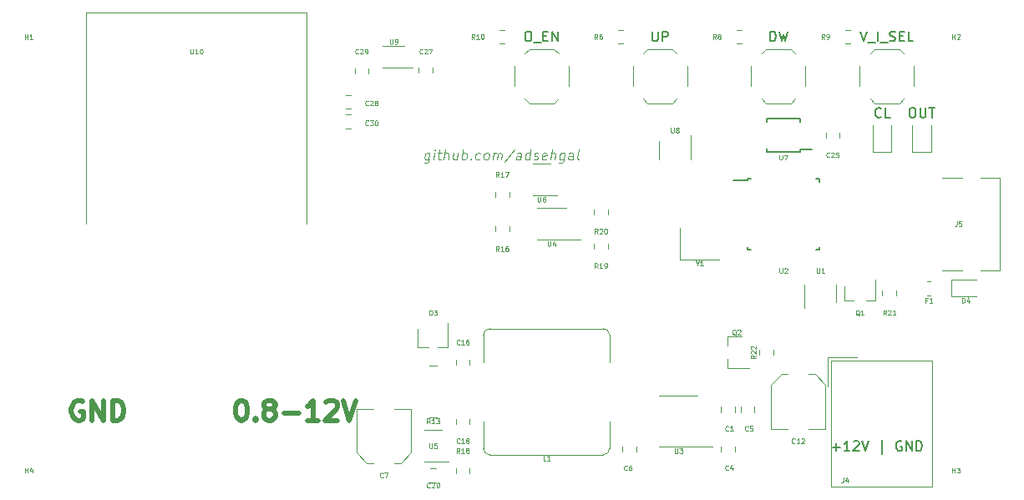
<source format=gbr>
%TF.GenerationSoftware,KiCad,Pcbnew,(5.99.0-2671-gfc0a358ba)*%
%TF.CreationDate,2020-08-28T01:53:28+05:30*%
%TF.ProjectId,Power_Supply,506f7765-725f-4537-9570-706c792e6b69,rev?*%
%TF.SameCoordinates,Original*%
%TF.FileFunction,Legend,Top*%
%TF.FilePolarity,Positive*%
%FSLAX46Y46*%
G04 Gerber Fmt 4.6, Leading zero omitted, Abs format (unit mm)*
G04 Created by KiCad (PCBNEW (5.99.0-2671-gfc0a358ba)) date 2020-08-28 01:53:28*
%MOMM*%
%LPD*%
G01*
G04 APERTURE LIST*
%ADD10C,0.075000*%
%ADD11C,0.500000*%
%ADD12C,0.150000*%
%ADD13C,0.100000*%
%ADD14C,0.120000*%
G04 APERTURE END LIST*
D10*
X55655327Y-26785714D02*
X55554136Y-27595238D01*
X55494613Y-27690476D01*
X55441041Y-27738095D01*
X55339851Y-27785714D01*
X55196994Y-27785714D01*
X55107708Y-27738095D01*
X55577946Y-27404761D02*
X55476755Y-27452380D01*
X55286279Y-27452380D01*
X55196994Y-27404761D01*
X55155327Y-27357142D01*
X55119613Y-27261904D01*
X55155327Y-26976190D01*
X55214851Y-26880952D01*
X55268422Y-26833333D01*
X55369613Y-26785714D01*
X55560089Y-26785714D01*
X55649375Y-26833333D01*
X56048184Y-27452380D02*
X56131517Y-26785714D01*
X56173184Y-26452380D02*
X56119613Y-26500000D01*
X56161279Y-26547619D01*
X56214851Y-26500000D01*
X56173184Y-26452380D01*
X56161279Y-26547619D01*
X56464851Y-26785714D02*
X56845803Y-26785714D01*
X56649375Y-26452380D02*
X56542232Y-27309523D01*
X56577946Y-27404761D01*
X56667232Y-27452380D01*
X56762470Y-27452380D01*
X57095803Y-27452380D02*
X57220803Y-26452380D01*
X57524375Y-27452380D02*
X57589851Y-26928571D01*
X57554136Y-26833333D01*
X57464851Y-26785714D01*
X57321994Y-26785714D01*
X57220803Y-26833333D01*
X57167232Y-26880952D01*
X58512470Y-26785714D02*
X58429136Y-27452380D01*
X58083898Y-26785714D02*
X58018422Y-27309523D01*
X58054136Y-27404761D01*
X58143422Y-27452380D01*
X58286279Y-27452380D01*
X58387470Y-27404761D01*
X58441041Y-27357142D01*
X58905327Y-27452380D02*
X59030327Y-26452380D01*
X58982708Y-26833333D02*
X59083898Y-26785714D01*
X59274375Y-26785714D01*
X59363660Y-26833333D01*
X59405327Y-26880952D01*
X59441041Y-26976190D01*
X59405327Y-27261904D01*
X59345803Y-27357142D01*
X59292232Y-27404761D01*
X59191041Y-27452380D01*
X59000565Y-27452380D01*
X58911279Y-27404761D01*
X59821994Y-27357142D02*
X59863660Y-27404761D01*
X59810089Y-27452380D01*
X59768422Y-27404761D01*
X59821994Y-27357142D01*
X59810089Y-27452380D01*
X60720803Y-27404761D02*
X60619613Y-27452380D01*
X60429136Y-27452380D01*
X60339851Y-27404761D01*
X60298184Y-27357142D01*
X60262470Y-27261904D01*
X60298184Y-26976190D01*
X60357708Y-26880952D01*
X60411279Y-26833333D01*
X60512470Y-26785714D01*
X60702946Y-26785714D01*
X60792232Y-26833333D01*
X61286279Y-27452380D02*
X61196994Y-27404761D01*
X61155327Y-27357142D01*
X61119613Y-27261904D01*
X61155327Y-26976190D01*
X61214851Y-26880952D01*
X61268422Y-26833333D01*
X61369613Y-26785714D01*
X61512470Y-26785714D01*
X61601755Y-26833333D01*
X61643422Y-26880952D01*
X61679136Y-26976190D01*
X61643422Y-27261904D01*
X61583898Y-27357142D01*
X61530327Y-27404761D01*
X61429136Y-27452380D01*
X61286279Y-27452380D01*
X62048184Y-27452380D02*
X62131517Y-26785714D01*
X62119613Y-26880952D02*
X62173184Y-26833333D01*
X62274375Y-26785714D01*
X62417232Y-26785714D01*
X62506517Y-26833333D01*
X62542232Y-26928571D01*
X62476755Y-27452380D01*
X62542232Y-26928571D02*
X62601755Y-26833333D01*
X62702946Y-26785714D01*
X62845803Y-26785714D01*
X62935089Y-26833333D01*
X62970803Y-26928571D01*
X62905327Y-27452380D01*
X64226755Y-26404761D02*
X63208898Y-27690476D01*
X64857708Y-27452380D02*
X64923184Y-26928571D01*
X64887470Y-26833333D01*
X64798184Y-26785714D01*
X64607708Y-26785714D01*
X64506517Y-26833333D01*
X64863660Y-27404761D02*
X64762470Y-27452380D01*
X64524375Y-27452380D01*
X64435089Y-27404761D01*
X64399375Y-27309523D01*
X64411279Y-27214285D01*
X64470803Y-27119047D01*
X64571994Y-27071428D01*
X64810089Y-27071428D01*
X64911279Y-27023809D01*
X65762470Y-27452380D02*
X65887470Y-26452380D01*
X65768422Y-27404761D02*
X65667232Y-27452380D01*
X65476755Y-27452380D01*
X65387470Y-27404761D01*
X65345803Y-27357142D01*
X65310089Y-27261904D01*
X65345803Y-26976190D01*
X65405327Y-26880952D01*
X65458898Y-26833333D01*
X65560089Y-26785714D01*
X65750565Y-26785714D01*
X65839851Y-26833333D01*
X66196994Y-27404761D02*
X66286279Y-27452380D01*
X66476755Y-27452380D01*
X66577946Y-27404761D01*
X66637470Y-27309523D01*
X66643422Y-27261904D01*
X66607708Y-27166666D01*
X66518422Y-27119047D01*
X66375565Y-27119047D01*
X66286279Y-27071428D01*
X66250565Y-26976190D01*
X66256517Y-26928571D01*
X66316041Y-26833333D01*
X66417232Y-26785714D01*
X66560089Y-26785714D01*
X66649375Y-26833333D01*
X67435089Y-27404761D02*
X67333898Y-27452380D01*
X67143422Y-27452380D01*
X67054136Y-27404761D01*
X67018422Y-27309523D01*
X67066041Y-26928571D01*
X67125565Y-26833333D01*
X67226755Y-26785714D01*
X67417232Y-26785714D01*
X67506517Y-26833333D01*
X67542232Y-26928571D01*
X67530327Y-27023809D01*
X67042232Y-27119047D01*
X67905327Y-27452380D02*
X68030327Y-26452380D01*
X68333898Y-27452380D02*
X68399375Y-26928571D01*
X68363660Y-26833333D01*
X68274375Y-26785714D01*
X68131517Y-26785714D01*
X68030327Y-26833333D01*
X67976755Y-26880952D01*
X69321994Y-26785714D02*
X69220803Y-27595238D01*
X69161279Y-27690476D01*
X69107708Y-27738095D01*
X69006517Y-27785714D01*
X68863660Y-27785714D01*
X68774375Y-27738095D01*
X69244613Y-27404761D02*
X69143422Y-27452380D01*
X68952946Y-27452380D01*
X68863660Y-27404761D01*
X68821994Y-27357142D01*
X68786279Y-27261904D01*
X68821994Y-26976190D01*
X68881517Y-26880952D01*
X68935089Y-26833333D01*
X69036279Y-26785714D01*
X69226755Y-26785714D01*
X69316041Y-26833333D01*
X70143422Y-27452380D02*
X70208898Y-26928571D01*
X70173184Y-26833333D01*
X70083898Y-26785714D01*
X69893422Y-26785714D01*
X69792232Y-26833333D01*
X70149375Y-27404761D02*
X70048184Y-27452380D01*
X69810089Y-27452380D01*
X69720803Y-27404761D01*
X69685089Y-27309523D01*
X69696994Y-27214285D01*
X69756517Y-27119047D01*
X69857708Y-27071428D01*
X70095803Y-27071428D01*
X70196994Y-27023809D01*
X70762470Y-27452380D02*
X70673184Y-27404761D01*
X70637470Y-27309523D01*
X70744613Y-26452380D01*
D11*
X36476190Y-51904761D02*
X36666666Y-51904761D01*
X36857142Y-52000000D01*
X36952380Y-52095238D01*
X37047619Y-52285714D01*
X37142857Y-52666666D01*
X37142857Y-53142857D01*
X37047619Y-53523809D01*
X36952380Y-53714285D01*
X36857142Y-53809523D01*
X36666666Y-53904761D01*
X36476190Y-53904761D01*
X36285714Y-53809523D01*
X36190476Y-53714285D01*
X36095238Y-53523809D01*
X36000000Y-53142857D01*
X36000000Y-52666666D01*
X36095238Y-52285714D01*
X36190476Y-52095238D01*
X36285714Y-52000000D01*
X36476190Y-51904761D01*
X38000000Y-53714285D02*
X38095238Y-53809523D01*
X38000000Y-53904761D01*
X37904761Y-53809523D01*
X38000000Y-53714285D01*
X38000000Y-53904761D01*
X39238095Y-52761904D02*
X39047619Y-52666666D01*
X38952380Y-52571428D01*
X38857142Y-52380952D01*
X38857142Y-52285714D01*
X38952380Y-52095238D01*
X39047619Y-52000000D01*
X39238095Y-51904761D01*
X39619047Y-51904761D01*
X39809523Y-52000000D01*
X39904761Y-52095238D01*
X40000000Y-52285714D01*
X40000000Y-52380952D01*
X39904761Y-52571428D01*
X39809523Y-52666666D01*
X39619047Y-52761904D01*
X39238095Y-52761904D01*
X39047619Y-52857142D01*
X38952380Y-52952380D01*
X38857142Y-53142857D01*
X38857142Y-53523809D01*
X38952380Y-53714285D01*
X39047619Y-53809523D01*
X39238095Y-53904761D01*
X39619047Y-53904761D01*
X39809523Y-53809523D01*
X39904761Y-53714285D01*
X40000000Y-53523809D01*
X40000000Y-53142857D01*
X39904761Y-52952380D01*
X39809523Y-52857142D01*
X39619047Y-52761904D01*
X40857142Y-53142857D02*
X42380952Y-53142857D01*
X44380952Y-53904761D02*
X43238095Y-53904761D01*
X43809523Y-53904761D02*
X43809523Y-51904761D01*
X43619047Y-52190476D01*
X43428571Y-52380952D01*
X43238095Y-52476190D01*
X45142857Y-52095238D02*
X45238095Y-52000000D01*
X45428571Y-51904761D01*
X45904761Y-51904761D01*
X46095238Y-52000000D01*
X46190476Y-52095238D01*
X46285714Y-52285714D01*
X46285714Y-52476190D01*
X46190476Y-52761904D01*
X45047619Y-53904761D01*
X46285714Y-53904761D01*
X46857142Y-51904761D02*
X47523809Y-53904761D01*
X48190476Y-51904761D01*
X20476190Y-52000000D02*
X20285714Y-51904761D01*
X20000000Y-51904761D01*
X19714285Y-52000000D01*
X19523809Y-52190476D01*
X19428571Y-52380952D01*
X19333333Y-52761904D01*
X19333333Y-53047619D01*
X19428571Y-53428571D01*
X19523809Y-53619047D01*
X19714285Y-53809523D01*
X20000000Y-53904761D01*
X20190476Y-53904761D01*
X20476190Y-53809523D01*
X20571428Y-53714285D01*
X20571428Y-53047619D01*
X20190476Y-53047619D01*
X21428571Y-53904761D02*
X21428571Y-51904761D01*
X22571428Y-53904761D01*
X22571428Y-51904761D01*
X23523809Y-53904761D02*
X23523809Y-51904761D01*
X24000000Y-51904761D01*
X24285714Y-52000000D01*
X24476190Y-52190476D01*
X24571428Y-52380952D01*
X24666666Y-52761904D01*
X24666666Y-53047619D01*
X24571428Y-53428571D01*
X24476190Y-53619047D01*
X24285714Y-53809523D01*
X24000000Y-53904761D01*
X23523809Y-53904761D01*
D12*
X96476190Y-56618928D02*
X97238095Y-56618928D01*
X96857142Y-56999880D02*
X96857142Y-56237976D01*
X98238095Y-56999880D02*
X97666666Y-56999880D01*
X97952380Y-56999880D02*
X97952380Y-55999880D01*
X97857142Y-56142738D01*
X97761904Y-56237976D01*
X97666666Y-56285595D01*
X98619047Y-56095119D02*
X98666666Y-56047500D01*
X98761904Y-55999880D01*
X99000000Y-55999880D01*
X99095238Y-56047500D01*
X99142857Y-56095119D01*
X99190476Y-56190357D01*
X99190476Y-56285595D01*
X99142857Y-56428452D01*
X98571428Y-56999880D01*
X99190476Y-56999880D01*
X99476190Y-55999880D02*
X99809523Y-56999880D01*
X100142857Y-55999880D01*
X101476190Y-57333214D02*
X101476190Y-55904642D01*
X103476190Y-56047500D02*
X103380952Y-55999880D01*
X103238095Y-55999880D01*
X103095238Y-56047500D01*
X103000000Y-56142738D01*
X102952380Y-56237976D01*
X102904761Y-56428452D01*
X102904761Y-56571309D01*
X102952380Y-56761785D01*
X103000000Y-56857023D01*
X103095238Y-56952261D01*
X103238095Y-56999880D01*
X103333333Y-56999880D01*
X103476190Y-56952261D01*
X103523809Y-56904642D01*
X103523809Y-56571309D01*
X103333333Y-56571309D01*
X103952380Y-56999880D02*
X103952380Y-55999880D01*
X104523809Y-56999880D01*
X104523809Y-55999880D01*
X105000000Y-56999880D02*
X105000000Y-55999880D01*
X105238095Y-55999880D01*
X105380952Y-56047500D01*
X105476190Y-56142738D01*
X105523809Y-56237976D01*
X105571428Y-56428452D01*
X105571428Y-56571309D01*
X105523809Y-56761785D01*
X105476190Y-56857023D01*
X105380952Y-56952261D01*
X105238095Y-56999880D01*
X105000000Y-56999880D01*
D13*
%TO.C,R21*%
X101928571Y-43226190D02*
X101761904Y-42988095D01*
X101642857Y-43226190D02*
X101642857Y-42726190D01*
X101833333Y-42726190D01*
X101880952Y-42750000D01*
X101904761Y-42773809D01*
X101928571Y-42821428D01*
X101928571Y-42892857D01*
X101904761Y-42940476D01*
X101880952Y-42964285D01*
X101833333Y-42988095D01*
X101642857Y-42988095D01*
X102119047Y-42773809D02*
X102142857Y-42750000D01*
X102190476Y-42726190D01*
X102309523Y-42726190D01*
X102357142Y-42750000D01*
X102380952Y-42773809D01*
X102404761Y-42821428D01*
X102404761Y-42869047D01*
X102380952Y-42940476D01*
X102095238Y-43226190D01*
X102404761Y-43226190D01*
X102880952Y-43226190D02*
X102595238Y-43226190D01*
X102738095Y-43226190D02*
X102738095Y-42726190D01*
X102690476Y-42797619D01*
X102642857Y-42845238D01*
X102595238Y-42869047D01*
%TO.C,R22*%
X88726190Y-47321428D02*
X88488095Y-47488095D01*
X88726190Y-47607142D02*
X88226190Y-47607142D01*
X88226190Y-47416666D01*
X88250000Y-47369047D01*
X88273809Y-47345238D01*
X88321428Y-47321428D01*
X88392857Y-47321428D01*
X88440476Y-47345238D01*
X88464285Y-47369047D01*
X88488095Y-47416666D01*
X88488095Y-47607142D01*
X88273809Y-47130952D02*
X88250000Y-47107142D01*
X88226190Y-47059523D01*
X88226190Y-46940476D01*
X88250000Y-46892857D01*
X88273809Y-46869047D01*
X88321428Y-46845238D01*
X88369047Y-46845238D01*
X88440476Y-46869047D01*
X88726190Y-47154761D01*
X88726190Y-46845238D01*
X88273809Y-46654761D02*
X88250000Y-46630952D01*
X88226190Y-46583333D01*
X88226190Y-46464285D01*
X88250000Y-46416666D01*
X88273809Y-46392857D01*
X88321428Y-46369047D01*
X88369047Y-46369047D01*
X88440476Y-46392857D01*
X88726190Y-46678571D01*
X88726190Y-46369047D01*
%TO.C,H3*%
X108619047Y-59226190D02*
X108619047Y-58726190D01*
X108619047Y-58964285D02*
X108904761Y-58964285D01*
X108904761Y-59226190D02*
X108904761Y-58726190D01*
X109095238Y-58726190D02*
X109404761Y-58726190D01*
X109238095Y-58916666D01*
X109309523Y-58916666D01*
X109357142Y-58940476D01*
X109380952Y-58964285D01*
X109404761Y-59011904D01*
X109404761Y-59130952D01*
X109380952Y-59178571D01*
X109357142Y-59202380D01*
X109309523Y-59226190D01*
X109166666Y-59226190D01*
X109119047Y-59202380D01*
X109095238Y-59178571D01*
%TO.C,H2*%
X108619047Y-15226190D02*
X108619047Y-14726190D01*
X108619047Y-14964285D02*
X108904761Y-14964285D01*
X108904761Y-15226190D02*
X108904761Y-14726190D01*
X109119047Y-14773809D02*
X109142857Y-14750000D01*
X109190476Y-14726190D01*
X109309523Y-14726190D01*
X109357142Y-14750000D01*
X109380952Y-14773809D01*
X109404761Y-14821428D01*
X109404761Y-14869047D01*
X109380952Y-14940476D01*
X109095238Y-15226190D01*
X109404761Y-15226190D01*
%TO.C,C27*%
X54928571Y-16678571D02*
X54904761Y-16702380D01*
X54833333Y-16726190D01*
X54785714Y-16726190D01*
X54714285Y-16702380D01*
X54666666Y-16654761D01*
X54642857Y-16607142D01*
X54619047Y-16511904D01*
X54619047Y-16440476D01*
X54642857Y-16345238D01*
X54666666Y-16297619D01*
X54714285Y-16250000D01*
X54785714Y-16226190D01*
X54833333Y-16226190D01*
X54904761Y-16250000D01*
X54928571Y-16273809D01*
X55119047Y-16273809D02*
X55142857Y-16250000D01*
X55190476Y-16226190D01*
X55309523Y-16226190D01*
X55357142Y-16250000D01*
X55380952Y-16273809D01*
X55404761Y-16321428D01*
X55404761Y-16369047D01*
X55380952Y-16440476D01*
X55095238Y-16726190D01*
X55404761Y-16726190D01*
X55571428Y-16226190D02*
X55904761Y-16226190D01*
X55690476Y-16726190D01*
%TO.C,C29*%
X48428571Y-16678571D02*
X48404761Y-16702380D01*
X48333333Y-16726190D01*
X48285714Y-16726190D01*
X48214285Y-16702380D01*
X48166666Y-16654761D01*
X48142857Y-16607142D01*
X48119047Y-16511904D01*
X48119047Y-16440476D01*
X48142857Y-16345238D01*
X48166666Y-16297619D01*
X48214285Y-16250000D01*
X48285714Y-16226190D01*
X48333333Y-16226190D01*
X48404761Y-16250000D01*
X48428571Y-16273809D01*
X48619047Y-16273809D02*
X48642857Y-16250000D01*
X48690476Y-16226190D01*
X48809523Y-16226190D01*
X48857142Y-16250000D01*
X48880952Y-16273809D01*
X48904761Y-16321428D01*
X48904761Y-16369047D01*
X48880952Y-16440476D01*
X48595238Y-16726190D01*
X48904761Y-16726190D01*
X49142857Y-16726190D02*
X49238095Y-16726190D01*
X49285714Y-16702380D01*
X49309523Y-16678571D01*
X49357142Y-16607142D01*
X49380952Y-16511904D01*
X49380952Y-16321428D01*
X49357142Y-16273809D01*
X49333333Y-16250000D01*
X49285714Y-16226190D01*
X49190476Y-16226190D01*
X49142857Y-16250000D01*
X49119047Y-16273809D01*
X49095238Y-16321428D01*
X49095238Y-16440476D01*
X49119047Y-16488095D01*
X49142857Y-16511904D01*
X49190476Y-16535714D01*
X49285714Y-16535714D01*
X49333333Y-16511904D01*
X49357142Y-16488095D01*
X49380952Y-16440476D01*
%TO.C,R20*%
X72678571Y-34976190D02*
X72511904Y-34738095D01*
X72392857Y-34976190D02*
X72392857Y-34476190D01*
X72583333Y-34476190D01*
X72630952Y-34500000D01*
X72654761Y-34523809D01*
X72678571Y-34571428D01*
X72678571Y-34642857D01*
X72654761Y-34690476D01*
X72630952Y-34714285D01*
X72583333Y-34738095D01*
X72392857Y-34738095D01*
X72869047Y-34523809D02*
X72892857Y-34500000D01*
X72940476Y-34476190D01*
X73059523Y-34476190D01*
X73107142Y-34500000D01*
X73130952Y-34523809D01*
X73154761Y-34571428D01*
X73154761Y-34619047D01*
X73130952Y-34690476D01*
X72845238Y-34976190D01*
X73154761Y-34976190D01*
X73464285Y-34476190D02*
X73511904Y-34476190D01*
X73559523Y-34500000D01*
X73583333Y-34523809D01*
X73607142Y-34571428D01*
X73630952Y-34666666D01*
X73630952Y-34785714D01*
X73607142Y-34880952D01*
X73583333Y-34928571D01*
X73559523Y-34952380D01*
X73511904Y-34976190D01*
X73464285Y-34976190D01*
X73416666Y-34952380D01*
X73392857Y-34928571D01*
X73369047Y-34880952D01*
X73345238Y-34785714D01*
X73345238Y-34666666D01*
X73369047Y-34571428D01*
X73392857Y-34523809D01*
X73416666Y-34500000D01*
X73464285Y-34476190D01*
%TO.C,C6*%
X75666666Y-58928571D02*
X75642857Y-58952380D01*
X75571428Y-58976190D01*
X75523809Y-58976190D01*
X75452380Y-58952380D01*
X75404761Y-58904761D01*
X75380952Y-58857142D01*
X75357142Y-58761904D01*
X75357142Y-58690476D01*
X75380952Y-58595238D01*
X75404761Y-58547619D01*
X75452380Y-58500000D01*
X75523809Y-58476190D01*
X75571428Y-58476190D01*
X75642857Y-58500000D01*
X75666666Y-58523809D01*
X76095238Y-58476190D02*
X76000000Y-58476190D01*
X75952380Y-58500000D01*
X75928571Y-58523809D01*
X75880952Y-58595238D01*
X75857142Y-58690476D01*
X75857142Y-58880952D01*
X75880952Y-58928571D01*
X75904761Y-58952380D01*
X75952380Y-58976190D01*
X76047619Y-58976190D01*
X76095238Y-58952380D01*
X76119047Y-58928571D01*
X76142857Y-58880952D01*
X76142857Y-58761904D01*
X76119047Y-58714285D01*
X76095238Y-58690476D01*
X76047619Y-58666666D01*
X75952380Y-58666666D01*
X75904761Y-58690476D01*
X75880952Y-58714285D01*
X75857142Y-58761904D01*
%TO.C,J4*%
X97583333Y-59726190D02*
X97583333Y-60083333D01*
X97559523Y-60154761D01*
X97511904Y-60202380D01*
X97440476Y-60226190D01*
X97392857Y-60226190D01*
X98035714Y-59892857D02*
X98035714Y-60226190D01*
X97916666Y-59702380D02*
X97797619Y-60059523D01*
X98107142Y-60059523D01*
%TO.C,R16*%
X62678571Y-36726190D02*
X62511904Y-36488095D01*
X62392857Y-36726190D02*
X62392857Y-36226190D01*
X62583333Y-36226190D01*
X62630952Y-36250000D01*
X62654761Y-36273809D01*
X62678571Y-36321428D01*
X62678571Y-36392857D01*
X62654761Y-36440476D01*
X62630952Y-36464285D01*
X62583333Y-36488095D01*
X62392857Y-36488095D01*
X63154761Y-36726190D02*
X62869047Y-36726190D01*
X63011904Y-36726190D02*
X63011904Y-36226190D01*
X62964285Y-36297619D01*
X62916666Y-36345238D01*
X62869047Y-36369047D01*
X63583333Y-36226190D02*
X63488095Y-36226190D01*
X63440476Y-36250000D01*
X63416666Y-36273809D01*
X63369047Y-36345238D01*
X63345238Y-36440476D01*
X63345238Y-36630952D01*
X63369047Y-36678571D01*
X63392857Y-36702380D01*
X63440476Y-36726190D01*
X63535714Y-36726190D01*
X63583333Y-36702380D01*
X63607142Y-36678571D01*
X63630952Y-36630952D01*
X63630952Y-36511904D01*
X63607142Y-36464285D01*
X63583333Y-36440476D01*
X63535714Y-36416666D01*
X63440476Y-36416666D01*
X63392857Y-36440476D01*
X63369047Y-36464285D01*
X63345238Y-36511904D01*
%TO.C,C18*%
X58678571Y-56178571D02*
X58654761Y-56202380D01*
X58583333Y-56226190D01*
X58535714Y-56226190D01*
X58464285Y-56202380D01*
X58416666Y-56154761D01*
X58392857Y-56107142D01*
X58369047Y-56011904D01*
X58369047Y-55940476D01*
X58392857Y-55845238D01*
X58416666Y-55797619D01*
X58464285Y-55750000D01*
X58535714Y-55726190D01*
X58583333Y-55726190D01*
X58654761Y-55750000D01*
X58678571Y-55773809D01*
X59154761Y-56226190D02*
X58869047Y-56226190D01*
X59011904Y-56226190D02*
X59011904Y-55726190D01*
X58964285Y-55797619D01*
X58916666Y-55845238D01*
X58869047Y-55869047D01*
X59440476Y-55940476D02*
X59392857Y-55916666D01*
X59369047Y-55892857D01*
X59345238Y-55845238D01*
X59345238Y-55821428D01*
X59369047Y-55773809D01*
X59392857Y-55750000D01*
X59440476Y-55726190D01*
X59535714Y-55726190D01*
X59583333Y-55750000D01*
X59607142Y-55773809D01*
X59630952Y-55821428D01*
X59630952Y-55845238D01*
X59607142Y-55892857D01*
X59583333Y-55916666D01*
X59535714Y-55940476D01*
X59440476Y-55940476D01*
X59392857Y-55964285D01*
X59369047Y-55988095D01*
X59345238Y-56035714D01*
X59345238Y-56130952D01*
X59369047Y-56178571D01*
X59392857Y-56202380D01*
X59440476Y-56226190D01*
X59535714Y-56226190D01*
X59583333Y-56202380D01*
X59607142Y-56178571D01*
X59630952Y-56130952D01*
X59630952Y-56035714D01*
X59607142Y-55988095D01*
X59583333Y-55964285D01*
X59535714Y-55940476D01*
%TO.C,Y1*%
X82761904Y-37988095D02*
X82761904Y-38226190D01*
X82595238Y-37726190D02*
X82761904Y-37988095D01*
X82928571Y-37726190D01*
X83357142Y-38226190D02*
X83071428Y-38226190D01*
X83214285Y-38226190D02*
X83214285Y-37726190D01*
X83166666Y-37797619D01*
X83119047Y-37845238D01*
X83071428Y-37869047D01*
%TO.C,U4*%
X67619047Y-35726190D02*
X67619047Y-36130952D01*
X67642857Y-36178571D01*
X67666666Y-36202380D01*
X67714285Y-36226190D01*
X67809523Y-36226190D01*
X67857142Y-36202380D01*
X67880952Y-36178571D01*
X67904761Y-36130952D01*
X67904761Y-35726190D01*
X68357142Y-35892857D02*
X68357142Y-36226190D01*
X68238095Y-35702380D02*
X68119047Y-36059523D01*
X68428571Y-36059523D01*
%TO.C,U2*%
X91119047Y-38476190D02*
X91119047Y-38880952D01*
X91142857Y-38928571D01*
X91166666Y-38952380D01*
X91214285Y-38976190D01*
X91309523Y-38976190D01*
X91357142Y-38952380D01*
X91380952Y-38928571D01*
X91404761Y-38880952D01*
X91404761Y-38476190D01*
X91619047Y-38523809D02*
X91642857Y-38500000D01*
X91690476Y-38476190D01*
X91809523Y-38476190D01*
X91857142Y-38500000D01*
X91880952Y-38523809D01*
X91904761Y-38571428D01*
X91904761Y-38619047D01*
X91880952Y-38690476D01*
X91595238Y-38976190D01*
X91904761Y-38976190D01*
%TO.C,C28*%
X49428571Y-21928571D02*
X49404761Y-21952380D01*
X49333333Y-21976190D01*
X49285714Y-21976190D01*
X49214285Y-21952380D01*
X49166666Y-21904761D01*
X49142857Y-21857142D01*
X49119047Y-21761904D01*
X49119047Y-21690476D01*
X49142857Y-21595238D01*
X49166666Y-21547619D01*
X49214285Y-21500000D01*
X49285714Y-21476190D01*
X49333333Y-21476190D01*
X49404761Y-21500000D01*
X49428571Y-21523809D01*
X49619047Y-21523809D02*
X49642857Y-21500000D01*
X49690476Y-21476190D01*
X49809523Y-21476190D01*
X49857142Y-21500000D01*
X49880952Y-21523809D01*
X49904761Y-21571428D01*
X49904761Y-21619047D01*
X49880952Y-21690476D01*
X49595238Y-21976190D01*
X49904761Y-21976190D01*
X50190476Y-21690476D02*
X50142857Y-21666666D01*
X50119047Y-21642857D01*
X50095238Y-21595238D01*
X50095238Y-21571428D01*
X50119047Y-21523809D01*
X50142857Y-21500000D01*
X50190476Y-21476190D01*
X50285714Y-21476190D01*
X50333333Y-21500000D01*
X50357142Y-21523809D01*
X50380952Y-21571428D01*
X50380952Y-21595238D01*
X50357142Y-21642857D01*
X50333333Y-21666666D01*
X50285714Y-21690476D01*
X50190476Y-21690476D01*
X50142857Y-21714285D01*
X50119047Y-21738095D01*
X50095238Y-21785714D01*
X50095238Y-21880952D01*
X50119047Y-21928571D01*
X50142857Y-21952380D01*
X50190476Y-21976190D01*
X50285714Y-21976190D01*
X50333333Y-21952380D01*
X50357142Y-21928571D01*
X50380952Y-21880952D01*
X50380952Y-21785714D01*
X50357142Y-21738095D01*
X50333333Y-21714285D01*
X50285714Y-21690476D01*
%TO.C,Q2*%
X86702380Y-45273809D02*
X86654761Y-45250000D01*
X86607142Y-45202380D01*
X86535714Y-45130952D01*
X86488095Y-45107142D01*
X86440476Y-45107142D01*
X86464285Y-45226190D02*
X86416666Y-45202380D01*
X86369047Y-45154761D01*
X86345238Y-45059523D01*
X86345238Y-44892857D01*
X86369047Y-44797619D01*
X86416666Y-44750000D01*
X86464285Y-44726190D01*
X86559523Y-44726190D01*
X86607142Y-44750000D01*
X86654761Y-44797619D01*
X86678571Y-44892857D01*
X86678571Y-45059523D01*
X86654761Y-45154761D01*
X86607142Y-45202380D01*
X86559523Y-45226190D01*
X86464285Y-45226190D01*
X86869047Y-44773809D02*
X86892857Y-44750000D01*
X86940476Y-44726190D01*
X87059523Y-44726190D01*
X87107142Y-44750000D01*
X87130952Y-44773809D01*
X87154761Y-44821428D01*
X87154761Y-44869047D01*
X87130952Y-44940476D01*
X86845238Y-45226190D01*
X87154761Y-45226190D01*
%TO.C,C4*%
X85916666Y-58928571D02*
X85892857Y-58952380D01*
X85821428Y-58976190D01*
X85773809Y-58976190D01*
X85702380Y-58952380D01*
X85654761Y-58904761D01*
X85630952Y-58857142D01*
X85607142Y-58761904D01*
X85607142Y-58690476D01*
X85630952Y-58595238D01*
X85654761Y-58547619D01*
X85702380Y-58500000D01*
X85773809Y-58476190D01*
X85821428Y-58476190D01*
X85892857Y-58500000D01*
X85916666Y-58523809D01*
X86345238Y-58642857D02*
X86345238Y-58976190D01*
X86226190Y-58452380D02*
X86107142Y-58809523D01*
X86416666Y-58809523D01*
D12*
%TO.C,SW2*%
X90166666Y-15452380D02*
X90166666Y-14452380D01*
X90404761Y-14452380D01*
X90547619Y-14500000D01*
X90642857Y-14595238D01*
X90690476Y-14690476D01*
X90738095Y-14880952D01*
X90738095Y-15023809D01*
X90690476Y-15214285D01*
X90642857Y-15309523D01*
X90547619Y-15404761D01*
X90404761Y-15452380D01*
X90166666Y-15452380D01*
X91071428Y-14452380D02*
X91309523Y-15452380D01*
X91500000Y-14738095D01*
X91690476Y-15452380D01*
X91928571Y-14452380D01*
D13*
%TO.C,D4*%
X109630952Y-41976190D02*
X109630952Y-41476190D01*
X109750000Y-41476190D01*
X109821428Y-41500000D01*
X109869047Y-41547619D01*
X109892857Y-41595238D01*
X109916666Y-41690476D01*
X109916666Y-41761904D01*
X109892857Y-41857142D01*
X109869047Y-41904761D01*
X109821428Y-41952380D01*
X109750000Y-41976190D01*
X109630952Y-41976190D01*
X110345238Y-41642857D02*
X110345238Y-41976190D01*
X110226190Y-41452380D02*
X110107142Y-41809523D01*
X110416666Y-41809523D01*
%TO.C,R13*%
X55678571Y-54226190D02*
X55511904Y-53988095D01*
X55392857Y-54226190D02*
X55392857Y-53726190D01*
X55583333Y-53726190D01*
X55630952Y-53750000D01*
X55654761Y-53773809D01*
X55678571Y-53821428D01*
X55678571Y-53892857D01*
X55654761Y-53940476D01*
X55630952Y-53964285D01*
X55583333Y-53988095D01*
X55392857Y-53988095D01*
X56154761Y-54226190D02*
X55869047Y-54226190D01*
X56011904Y-54226190D02*
X56011904Y-53726190D01*
X55964285Y-53797619D01*
X55916666Y-53845238D01*
X55869047Y-53869047D01*
X56321428Y-53726190D02*
X56630952Y-53726190D01*
X56464285Y-53916666D01*
X56535714Y-53916666D01*
X56583333Y-53940476D01*
X56607142Y-53964285D01*
X56630952Y-54011904D01*
X56630952Y-54130952D01*
X56607142Y-54178571D01*
X56583333Y-54202380D01*
X56535714Y-54226190D01*
X56392857Y-54226190D01*
X56345238Y-54202380D01*
X56321428Y-54178571D01*
%TO.C,R10*%
X60178571Y-15226190D02*
X60011904Y-14988095D01*
X59892857Y-15226190D02*
X59892857Y-14726190D01*
X60083333Y-14726190D01*
X60130952Y-14750000D01*
X60154761Y-14773809D01*
X60178571Y-14821428D01*
X60178571Y-14892857D01*
X60154761Y-14940476D01*
X60130952Y-14964285D01*
X60083333Y-14988095D01*
X59892857Y-14988095D01*
X60654761Y-15226190D02*
X60369047Y-15226190D01*
X60511904Y-15226190D02*
X60511904Y-14726190D01*
X60464285Y-14797619D01*
X60416666Y-14845238D01*
X60369047Y-14869047D01*
X60964285Y-14726190D02*
X61011904Y-14726190D01*
X61059523Y-14750000D01*
X61083333Y-14773809D01*
X61107142Y-14821428D01*
X61130952Y-14916666D01*
X61130952Y-15035714D01*
X61107142Y-15130952D01*
X61083333Y-15178571D01*
X61059523Y-15202380D01*
X61011904Y-15226190D01*
X60964285Y-15226190D01*
X60916666Y-15202380D01*
X60892857Y-15178571D01*
X60869047Y-15130952D01*
X60845238Y-15035714D01*
X60845238Y-14916666D01*
X60869047Y-14821428D01*
X60892857Y-14773809D01*
X60916666Y-14750000D01*
X60964285Y-14726190D01*
%TO.C,C1*%
X85916666Y-54928571D02*
X85892857Y-54952380D01*
X85821428Y-54976190D01*
X85773809Y-54976190D01*
X85702380Y-54952380D01*
X85654761Y-54904761D01*
X85630952Y-54857142D01*
X85607142Y-54761904D01*
X85607142Y-54690476D01*
X85630952Y-54595238D01*
X85654761Y-54547619D01*
X85702380Y-54500000D01*
X85773809Y-54476190D01*
X85821428Y-54476190D01*
X85892857Y-54500000D01*
X85916666Y-54523809D01*
X86392857Y-54976190D02*
X86107142Y-54976190D01*
X86250000Y-54976190D02*
X86250000Y-54476190D01*
X86202380Y-54547619D01*
X86154761Y-54595238D01*
X86107142Y-54619047D01*
%TO.C,C20*%
X55678571Y-60678571D02*
X55654761Y-60702380D01*
X55583333Y-60726190D01*
X55535714Y-60726190D01*
X55464285Y-60702380D01*
X55416666Y-60654761D01*
X55392857Y-60607142D01*
X55369047Y-60511904D01*
X55369047Y-60440476D01*
X55392857Y-60345238D01*
X55416666Y-60297619D01*
X55464285Y-60250000D01*
X55535714Y-60226190D01*
X55583333Y-60226190D01*
X55654761Y-60250000D01*
X55678571Y-60273809D01*
X55869047Y-60273809D02*
X55892857Y-60250000D01*
X55940476Y-60226190D01*
X56059523Y-60226190D01*
X56107142Y-60250000D01*
X56130952Y-60273809D01*
X56154761Y-60321428D01*
X56154761Y-60369047D01*
X56130952Y-60440476D01*
X55845238Y-60726190D01*
X56154761Y-60726190D01*
X56464285Y-60226190D02*
X56511904Y-60226190D01*
X56559523Y-60250000D01*
X56583333Y-60273809D01*
X56607142Y-60321428D01*
X56630952Y-60416666D01*
X56630952Y-60535714D01*
X56607142Y-60630952D01*
X56583333Y-60678571D01*
X56559523Y-60702380D01*
X56511904Y-60726190D01*
X56464285Y-60726190D01*
X56416666Y-60702380D01*
X56392857Y-60678571D01*
X56369047Y-60630952D01*
X56345238Y-60535714D01*
X56345238Y-60416666D01*
X56369047Y-60321428D01*
X56392857Y-60273809D01*
X56416666Y-60250000D01*
X56464285Y-60226190D01*
%TO.C,R6*%
X72666666Y-15226190D02*
X72500000Y-14988095D01*
X72380952Y-15226190D02*
X72380952Y-14726190D01*
X72571428Y-14726190D01*
X72619047Y-14750000D01*
X72642857Y-14773809D01*
X72666666Y-14821428D01*
X72666666Y-14892857D01*
X72642857Y-14940476D01*
X72619047Y-14964285D01*
X72571428Y-14988095D01*
X72380952Y-14988095D01*
X73095238Y-14726190D02*
X73000000Y-14726190D01*
X72952380Y-14750000D01*
X72928571Y-14773809D01*
X72880952Y-14845238D01*
X72857142Y-14940476D01*
X72857142Y-15130952D01*
X72880952Y-15178571D01*
X72904761Y-15202380D01*
X72952380Y-15226190D01*
X73047619Y-15226190D01*
X73095238Y-15202380D01*
X73119047Y-15178571D01*
X73142857Y-15130952D01*
X73142857Y-15011904D01*
X73119047Y-14964285D01*
X73095238Y-14940476D01*
X73047619Y-14916666D01*
X72952380Y-14916666D01*
X72904761Y-14940476D01*
X72880952Y-14964285D01*
X72857142Y-15011904D01*
D12*
%TO.C,SW1*%
X78214285Y-14452380D02*
X78214285Y-15261904D01*
X78261904Y-15357142D01*
X78309523Y-15404761D01*
X78404761Y-15452380D01*
X78595238Y-15452380D01*
X78690476Y-15404761D01*
X78738095Y-15357142D01*
X78785714Y-15261904D01*
X78785714Y-14452380D01*
X79261904Y-15452380D02*
X79261904Y-14452380D01*
X79642857Y-14452380D01*
X79738095Y-14500000D01*
X79785714Y-14547619D01*
X79833333Y-14642857D01*
X79833333Y-14785714D01*
X79785714Y-14880952D01*
X79738095Y-14928571D01*
X79642857Y-14976190D01*
X79261904Y-14976190D01*
D13*
%TO.C,R18*%
X58678571Y-57226190D02*
X58511904Y-56988095D01*
X58392857Y-57226190D02*
X58392857Y-56726190D01*
X58583333Y-56726190D01*
X58630952Y-56750000D01*
X58654761Y-56773809D01*
X58678571Y-56821428D01*
X58678571Y-56892857D01*
X58654761Y-56940476D01*
X58630952Y-56964285D01*
X58583333Y-56988095D01*
X58392857Y-56988095D01*
X59154761Y-57226190D02*
X58869047Y-57226190D01*
X59011904Y-57226190D02*
X59011904Y-56726190D01*
X58964285Y-56797619D01*
X58916666Y-56845238D01*
X58869047Y-56869047D01*
X59440476Y-56940476D02*
X59392857Y-56916666D01*
X59369047Y-56892857D01*
X59345238Y-56845238D01*
X59345238Y-56821428D01*
X59369047Y-56773809D01*
X59392857Y-56750000D01*
X59440476Y-56726190D01*
X59535714Y-56726190D01*
X59583333Y-56750000D01*
X59607142Y-56773809D01*
X59630952Y-56821428D01*
X59630952Y-56845238D01*
X59607142Y-56892857D01*
X59583333Y-56916666D01*
X59535714Y-56940476D01*
X59440476Y-56940476D01*
X59392857Y-56964285D01*
X59369047Y-56988095D01*
X59345238Y-57035714D01*
X59345238Y-57130952D01*
X59369047Y-57178571D01*
X59392857Y-57202380D01*
X59440476Y-57226190D01*
X59535714Y-57226190D01*
X59583333Y-57202380D01*
X59607142Y-57178571D01*
X59630952Y-57130952D01*
X59630952Y-57035714D01*
X59607142Y-56988095D01*
X59583333Y-56964285D01*
X59535714Y-56940476D01*
%TO.C,U9*%
X51619047Y-15226190D02*
X51619047Y-15630952D01*
X51642857Y-15678571D01*
X51666666Y-15702380D01*
X51714285Y-15726190D01*
X51809523Y-15726190D01*
X51857142Y-15702380D01*
X51880952Y-15678571D01*
X51904761Y-15630952D01*
X51904761Y-15226190D01*
X52166666Y-15726190D02*
X52261904Y-15726190D01*
X52309523Y-15702380D01*
X52333333Y-15678571D01*
X52380952Y-15607142D01*
X52404761Y-15511904D01*
X52404761Y-15321428D01*
X52380952Y-15273809D01*
X52357142Y-15250000D01*
X52309523Y-15226190D01*
X52214285Y-15226190D01*
X52166666Y-15250000D01*
X52142857Y-15273809D01*
X52119047Y-15321428D01*
X52119047Y-15440476D01*
X52142857Y-15488095D01*
X52166666Y-15511904D01*
X52214285Y-15535714D01*
X52309523Y-15535714D01*
X52357142Y-15511904D01*
X52380952Y-15488095D01*
X52404761Y-15440476D01*
%TO.C,C7*%
X50916666Y-59678571D02*
X50892857Y-59702380D01*
X50821428Y-59726190D01*
X50773809Y-59726190D01*
X50702380Y-59702380D01*
X50654761Y-59654761D01*
X50630952Y-59607142D01*
X50607142Y-59511904D01*
X50607142Y-59440476D01*
X50630952Y-59345238D01*
X50654761Y-59297619D01*
X50702380Y-59250000D01*
X50773809Y-59226190D01*
X50821428Y-59226190D01*
X50892857Y-59250000D01*
X50916666Y-59273809D01*
X51083333Y-59226190D02*
X51416666Y-59226190D01*
X51202380Y-59726190D01*
%TO.C,U10*%
X31380952Y-16226190D02*
X31380952Y-16630952D01*
X31404761Y-16678571D01*
X31428571Y-16702380D01*
X31476190Y-16726190D01*
X31571428Y-16726190D01*
X31619047Y-16702380D01*
X31642857Y-16678571D01*
X31666666Y-16630952D01*
X31666666Y-16226190D01*
X32166666Y-16726190D02*
X31880952Y-16726190D01*
X32023809Y-16726190D02*
X32023809Y-16226190D01*
X31976190Y-16297619D01*
X31928571Y-16345238D01*
X31880952Y-16369047D01*
X32476190Y-16226190D02*
X32523809Y-16226190D01*
X32571428Y-16250000D01*
X32595238Y-16273809D01*
X32619047Y-16321428D01*
X32642857Y-16416666D01*
X32642857Y-16535714D01*
X32619047Y-16630952D01*
X32595238Y-16678571D01*
X32571428Y-16702380D01*
X32523809Y-16726190D01*
X32476190Y-16726190D01*
X32428571Y-16702380D01*
X32404761Y-16678571D01*
X32380952Y-16630952D01*
X32357142Y-16535714D01*
X32357142Y-16416666D01*
X32380952Y-16321428D01*
X32404761Y-16273809D01*
X32428571Y-16250000D01*
X32476190Y-16226190D01*
%TO.C,H4*%
X14619047Y-59226190D02*
X14619047Y-58726190D01*
X14619047Y-58964285D02*
X14904761Y-58964285D01*
X14904761Y-59226190D02*
X14904761Y-58726190D01*
X15357142Y-58892857D02*
X15357142Y-59226190D01*
X15238095Y-58702380D02*
X15119047Y-59059523D01*
X15428571Y-59059523D01*
%TO.C,R8*%
X84666666Y-15226190D02*
X84500000Y-14988095D01*
X84380952Y-15226190D02*
X84380952Y-14726190D01*
X84571428Y-14726190D01*
X84619047Y-14750000D01*
X84642857Y-14773809D01*
X84666666Y-14821428D01*
X84666666Y-14892857D01*
X84642857Y-14940476D01*
X84619047Y-14964285D01*
X84571428Y-14988095D01*
X84380952Y-14988095D01*
X84952380Y-14940476D02*
X84904761Y-14916666D01*
X84880952Y-14892857D01*
X84857142Y-14845238D01*
X84857142Y-14821428D01*
X84880952Y-14773809D01*
X84904761Y-14750000D01*
X84952380Y-14726190D01*
X85047619Y-14726190D01*
X85095238Y-14750000D01*
X85119047Y-14773809D01*
X85142857Y-14821428D01*
X85142857Y-14845238D01*
X85119047Y-14892857D01*
X85095238Y-14916666D01*
X85047619Y-14940476D01*
X84952380Y-14940476D01*
X84904761Y-14964285D01*
X84880952Y-14988095D01*
X84857142Y-15035714D01*
X84857142Y-15130952D01*
X84880952Y-15178571D01*
X84904761Y-15202380D01*
X84952380Y-15226190D01*
X85047619Y-15226190D01*
X85095238Y-15202380D01*
X85119047Y-15178571D01*
X85142857Y-15130952D01*
X85142857Y-15035714D01*
X85119047Y-14988095D01*
X85095238Y-14964285D01*
X85047619Y-14940476D01*
D12*
%TO.C,SW3*%
X99333333Y-14452380D02*
X99666666Y-15452380D01*
X100000000Y-14452380D01*
X100095238Y-15547619D02*
X100857142Y-15547619D01*
X101095238Y-15452380D02*
X101095238Y-14452380D01*
X101333333Y-15547619D02*
X102095238Y-15547619D01*
X102285714Y-15404761D02*
X102428571Y-15452380D01*
X102666666Y-15452380D01*
X102761904Y-15404761D01*
X102809523Y-15357142D01*
X102857142Y-15261904D01*
X102857142Y-15166666D01*
X102809523Y-15071428D01*
X102761904Y-15023809D01*
X102666666Y-14976190D01*
X102476190Y-14928571D01*
X102380952Y-14880952D01*
X102333333Y-14833333D01*
X102285714Y-14738095D01*
X102285714Y-14642857D01*
X102333333Y-14547619D01*
X102380952Y-14500000D01*
X102476190Y-14452380D01*
X102714285Y-14452380D01*
X102857142Y-14500000D01*
X103285714Y-14928571D02*
X103619047Y-14928571D01*
X103761904Y-15452380D02*
X103285714Y-15452380D01*
X103285714Y-14452380D01*
X103761904Y-14452380D01*
X104666666Y-15452380D02*
X104190476Y-15452380D01*
X104190476Y-14452380D01*
D13*
%TO.C,U7*%
X91119047Y-26976190D02*
X91119047Y-27380952D01*
X91142857Y-27428571D01*
X91166666Y-27452380D01*
X91214285Y-27476190D01*
X91309523Y-27476190D01*
X91357142Y-27452380D01*
X91380952Y-27428571D01*
X91404761Y-27380952D01*
X91404761Y-26976190D01*
X91595238Y-26976190D02*
X91928571Y-26976190D01*
X91714285Y-27476190D01*
%TO.C,J5*%
X109083333Y-33726190D02*
X109083333Y-34083333D01*
X109059523Y-34154761D01*
X109011904Y-34202380D01*
X108940476Y-34226190D01*
X108892857Y-34226190D01*
X109559523Y-33726190D02*
X109321428Y-33726190D01*
X109297619Y-33964285D01*
X109321428Y-33940476D01*
X109369047Y-33916666D01*
X109488095Y-33916666D01*
X109535714Y-33940476D01*
X109559523Y-33964285D01*
X109583333Y-34011904D01*
X109583333Y-34130952D01*
X109559523Y-34178571D01*
X109535714Y-34202380D01*
X109488095Y-34226190D01*
X109369047Y-34226190D01*
X109321428Y-34202380D01*
X109297619Y-34178571D01*
%TO.C,H1*%
X14619047Y-15226190D02*
X14619047Y-14726190D01*
X14619047Y-14964285D02*
X14904761Y-14964285D01*
X14904761Y-15226190D02*
X14904761Y-14726190D01*
X15404761Y-15226190D02*
X15119047Y-15226190D01*
X15261904Y-15226190D02*
X15261904Y-14726190D01*
X15214285Y-14797619D01*
X15166666Y-14845238D01*
X15119047Y-14869047D01*
%TO.C,C12*%
X92678571Y-56178571D02*
X92654761Y-56202380D01*
X92583333Y-56226190D01*
X92535714Y-56226190D01*
X92464285Y-56202380D01*
X92416666Y-56154761D01*
X92392857Y-56107142D01*
X92369047Y-56011904D01*
X92369047Y-55940476D01*
X92392857Y-55845238D01*
X92416666Y-55797619D01*
X92464285Y-55750000D01*
X92535714Y-55726190D01*
X92583333Y-55726190D01*
X92654761Y-55750000D01*
X92678571Y-55773809D01*
X93154761Y-56226190D02*
X92869047Y-56226190D01*
X93011904Y-56226190D02*
X93011904Y-55726190D01*
X92964285Y-55797619D01*
X92916666Y-55845238D01*
X92869047Y-55869047D01*
X93345238Y-55773809D02*
X93369047Y-55750000D01*
X93416666Y-55726190D01*
X93535714Y-55726190D01*
X93583333Y-55750000D01*
X93607142Y-55773809D01*
X93630952Y-55821428D01*
X93630952Y-55869047D01*
X93607142Y-55940476D01*
X93321428Y-56226190D01*
X93630952Y-56226190D01*
%TO.C,R19*%
X72678571Y-38476190D02*
X72511904Y-38238095D01*
X72392857Y-38476190D02*
X72392857Y-37976190D01*
X72583333Y-37976190D01*
X72630952Y-38000000D01*
X72654761Y-38023809D01*
X72678571Y-38071428D01*
X72678571Y-38142857D01*
X72654761Y-38190476D01*
X72630952Y-38214285D01*
X72583333Y-38238095D01*
X72392857Y-38238095D01*
X73154761Y-38476190D02*
X72869047Y-38476190D01*
X73011904Y-38476190D02*
X73011904Y-37976190D01*
X72964285Y-38047619D01*
X72916666Y-38095238D01*
X72869047Y-38119047D01*
X73392857Y-38476190D02*
X73488095Y-38476190D01*
X73535714Y-38452380D01*
X73559523Y-38428571D01*
X73607142Y-38357142D01*
X73630952Y-38261904D01*
X73630952Y-38071428D01*
X73607142Y-38023809D01*
X73583333Y-38000000D01*
X73535714Y-37976190D01*
X73440476Y-37976190D01*
X73392857Y-38000000D01*
X73369047Y-38023809D01*
X73345238Y-38071428D01*
X73345238Y-38190476D01*
X73369047Y-38238095D01*
X73392857Y-38261904D01*
X73440476Y-38285714D01*
X73535714Y-38285714D01*
X73583333Y-38261904D01*
X73607142Y-38238095D01*
X73630952Y-38190476D01*
%TO.C,L1*%
X67416666Y-57976190D02*
X67178571Y-57976190D01*
X67178571Y-57476190D01*
X67845238Y-57976190D02*
X67559523Y-57976190D01*
X67702380Y-57976190D02*
X67702380Y-57476190D01*
X67654761Y-57547619D01*
X67607142Y-57595238D01*
X67559523Y-57619047D01*
%TO.C,F1*%
X106083333Y-41714285D02*
X105916666Y-41714285D01*
X105916666Y-41976190D02*
X105916666Y-41476190D01*
X106154761Y-41476190D01*
X106607142Y-41976190D02*
X106321428Y-41976190D01*
X106464285Y-41976190D02*
X106464285Y-41476190D01*
X106416666Y-41547619D01*
X106369047Y-41595238D01*
X106321428Y-41619047D01*
%TO.C,C25*%
X96178571Y-27178571D02*
X96154761Y-27202380D01*
X96083333Y-27226190D01*
X96035714Y-27226190D01*
X95964285Y-27202380D01*
X95916666Y-27154761D01*
X95892857Y-27107142D01*
X95869047Y-27011904D01*
X95869047Y-26940476D01*
X95892857Y-26845238D01*
X95916666Y-26797619D01*
X95964285Y-26750000D01*
X96035714Y-26726190D01*
X96083333Y-26726190D01*
X96154761Y-26750000D01*
X96178571Y-26773809D01*
X96369047Y-26773809D02*
X96392857Y-26750000D01*
X96440476Y-26726190D01*
X96559523Y-26726190D01*
X96607142Y-26750000D01*
X96630952Y-26773809D01*
X96654761Y-26821428D01*
X96654761Y-26869047D01*
X96630952Y-26940476D01*
X96345238Y-27226190D01*
X96654761Y-27226190D01*
X97107142Y-26726190D02*
X96869047Y-26726190D01*
X96845238Y-26964285D01*
X96869047Y-26940476D01*
X96916666Y-26916666D01*
X97035714Y-26916666D01*
X97083333Y-26940476D01*
X97107142Y-26964285D01*
X97130952Y-27011904D01*
X97130952Y-27130952D01*
X97107142Y-27178571D01*
X97083333Y-27202380D01*
X97035714Y-27226190D01*
X96916666Y-27226190D01*
X96869047Y-27202380D01*
X96845238Y-27178571D01*
D12*
%TO.C,SW4*%
X65547619Y-14452380D02*
X65738095Y-14452380D01*
X65833333Y-14500000D01*
X65928571Y-14595238D01*
X65976190Y-14785714D01*
X65976190Y-15119047D01*
X65928571Y-15309523D01*
X65833333Y-15404761D01*
X65738095Y-15452380D01*
X65547619Y-15452380D01*
X65452380Y-15404761D01*
X65357142Y-15309523D01*
X65309523Y-15119047D01*
X65309523Y-14785714D01*
X65357142Y-14595238D01*
X65452380Y-14500000D01*
X65547619Y-14452380D01*
X66166666Y-15547619D02*
X66928571Y-15547619D01*
X67166666Y-14928571D02*
X67500000Y-14928571D01*
X67642857Y-15452380D02*
X67166666Y-15452380D01*
X67166666Y-14452380D01*
X67642857Y-14452380D01*
X68071428Y-15452380D02*
X68071428Y-14452380D01*
X68642857Y-15452380D01*
X68642857Y-14452380D01*
%TO.C,D1*%
X101404761Y-23107142D02*
X101357142Y-23154761D01*
X101214285Y-23202380D01*
X101119047Y-23202380D01*
X100976190Y-23154761D01*
X100880952Y-23059523D01*
X100833333Y-22964285D01*
X100785714Y-22773809D01*
X100785714Y-22630952D01*
X100833333Y-22440476D01*
X100880952Y-22345238D01*
X100976190Y-22250000D01*
X101119047Y-22202380D01*
X101214285Y-22202380D01*
X101357142Y-22250000D01*
X101404761Y-22297619D01*
X102309523Y-23202380D02*
X101833333Y-23202380D01*
X101833333Y-22202380D01*
D13*
%TO.C,Q1*%
X99202380Y-43273809D02*
X99154761Y-43250000D01*
X99107142Y-43202380D01*
X99035714Y-43130952D01*
X98988095Y-43107142D01*
X98940476Y-43107142D01*
X98964285Y-43226190D02*
X98916666Y-43202380D01*
X98869047Y-43154761D01*
X98845238Y-43059523D01*
X98845238Y-42892857D01*
X98869047Y-42797619D01*
X98916666Y-42750000D01*
X98964285Y-42726190D01*
X99059523Y-42726190D01*
X99107142Y-42750000D01*
X99154761Y-42797619D01*
X99178571Y-42892857D01*
X99178571Y-43059523D01*
X99154761Y-43154761D01*
X99107142Y-43202380D01*
X99059523Y-43226190D01*
X98964285Y-43226190D01*
X99654761Y-43226190D02*
X99369047Y-43226190D01*
X99511904Y-43226190D02*
X99511904Y-42726190D01*
X99464285Y-42797619D01*
X99416666Y-42845238D01*
X99369047Y-42869047D01*
%TO.C,C5*%
X87916666Y-54928571D02*
X87892857Y-54952380D01*
X87821428Y-54976190D01*
X87773809Y-54976190D01*
X87702380Y-54952380D01*
X87654761Y-54904761D01*
X87630952Y-54857142D01*
X87607142Y-54761904D01*
X87607142Y-54690476D01*
X87630952Y-54595238D01*
X87654761Y-54547619D01*
X87702380Y-54500000D01*
X87773809Y-54476190D01*
X87821428Y-54476190D01*
X87892857Y-54500000D01*
X87916666Y-54523809D01*
X88369047Y-54476190D02*
X88130952Y-54476190D01*
X88107142Y-54714285D01*
X88130952Y-54690476D01*
X88178571Y-54666666D01*
X88297619Y-54666666D01*
X88345238Y-54690476D01*
X88369047Y-54714285D01*
X88392857Y-54761904D01*
X88392857Y-54880952D01*
X88369047Y-54928571D01*
X88345238Y-54952380D01*
X88297619Y-54976190D01*
X88178571Y-54976190D01*
X88130952Y-54952380D01*
X88107142Y-54928571D01*
%TO.C,U6*%
X66619047Y-31226190D02*
X66619047Y-31630952D01*
X66642857Y-31678571D01*
X66666666Y-31702380D01*
X66714285Y-31726190D01*
X66809523Y-31726190D01*
X66857142Y-31702380D01*
X66880952Y-31678571D01*
X66904761Y-31630952D01*
X66904761Y-31226190D01*
X67357142Y-31226190D02*
X67261904Y-31226190D01*
X67214285Y-31250000D01*
X67190476Y-31273809D01*
X67142857Y-31345238D01*
X67119047Y-31440476D01*
X67119047Y-31630952D01*
X67142857Y-31678571D01*
X67166666Y-31702380D01*
X67214285Y-31726190D01*
X67309523Y-31726190D01*
X67357142Y-31702380D01*
X67380952Y-31678571D01*
X67404761Y-31630952D01*
X67404761Y-31511904D01*
X67380952Y-31464285D01*
X67357142Y-31440476D01*
X67309523Y-31416666D01*
X67214285Y-31416666D01*
X67166666Y-31440476D01*
X67142857Y-31464285D01*
X67119047Y-31511904D01*
%TO.C,U3*%
X80489047Y-56726190D02*
X80489047Y-57130952D01*
X80512857Y-57178571D01*
X80536666Y-57202380D01*
X80584285Y-57226190D01*
X80679523Y-57226190D01*
X80727142Y-57202380D01*
X80750952Y-57178571D01*
X80774761Y-57130952D01*
X80774761Y-56726190D01*
X80965238Y-56726190D02*
X81274761Y-56726190D01*
X81108095Y-56916666D01*
X81179523Y-56916666D01*
X81227142Y-56940476D01*
X81250952Y-56964285D01*
X81274761Y-57011904D01*
X81274761Y-57130952D01*
X81250952Y-57178571D01*
X81227142Y-57202380D01*
X81179523Y-57226190D01*
X81036666Y-57226190D01*
X80989047Y-57202380D01*
X80965238Y-57178571D01*
%TO.C,U5*%
X55619047Y-56226190D02*
X55619047Y-56630952D01*
X55642857Y-56678571D01*
X55666666Y-56702380D01*
X55714285Y-56726190D01*
X55809523Y-56726190D01*
X55857142Y-56702380D01*
X55880952Y-56678571D01*
X55904761Y-56630952D01*
X55904761Y-56226190D01*
X56380952Y-56226190D02*
X56142857Y-56226190D01*
X56119047Y-56464285D01*
X56142857Y-56440476D01*
X56190476Y-56416666D01*
X56309523Y-56416666D01*
X56357142Y-56440476D01*
X56380952Y-56464285D01*
X56404761Y-56511904D01*
X56404761Y-56630952D01*
X56380952Y-56678571D01*
X56357142Y-56702380D01*
X56309523Y-56726190D01*
X56190476Y-56726190D01*
X56142857Y-56702380D01*
X56119047Y-56678571D01*
%TO.C,C30*%
X49428571Y-23928571D02*
X49404761Y-23952380D01*
X49333333Y-23976190D01*
X49285714Y-23976190D01*
X49214285Y-23952380D01*
X49166666Y-23904761D01*
X49142857Y-23857142D01*
X49119047Y-23761904D01*
X49119047Y-23690476D01*
X49142857Y-23595238D01*
X49166666Y-23547619D01*
X49214285Y-23500000D01*
X49285714Y-23476190D01*
X49333333Y-23476190D01*
X49404761Y-23500000D01*
X49428571Y-23523809D01*
X49595238Y-23476190D02*
X49904761Y-23476190D01*
X49738095Y-23666666D01*
X49809523Y-23666666D01*
X49857142Y-23690476D01*
X49880952Y-23714285D01*
X49904761Y-23761904D01*
X49904761Y-23880952D01*
X49880952Y-23928571D01*
X49857142Y-23952380D01*
X49809523Y-23976190D01*
X49666666Y-23976190D01*
X49619047Y-23952380D01*
X49595238Y-23928571D01*
X50214285Y-23476190D02*
X50261904Y-23476190D01*
X50309523Y-23500000D01*
X50333333Y-23523809D01*
X50357142Y-23571428D01*
X50380952Y-23666666D01*
X50380952Y-23785714D01*
X50357142Y-23880952D01*
X50333333Y-23928571D01*
X50309523Y-23952380D01*
X50261904Y-23976190D01*
X50214285Y-23976190D01*
X50166666Y-23952380D01*
X50142857Y-23928571D01*
X50119047Y-23880952D01*
X50095238Y-23785714D01*
X50095238Y-23666666D01*
X50119047Y-23571428D01*
X50142857Y-23523809D01*
X50166666Y-23500000D01*
X50214285Y-23476190D01*
%TO.C,U8*%
X80119047Y-24226190D02*
X80119047Y-24630952D01*
X80142857Y-24678571D01*
X80166666Y-24702380D01*
X80214285Y-24726190D01*
X80309523Y-24726190D01*
X80357142Y-24702380D01*
X80380952Y-24678571D01*
X80404761Y-24630952D01*
X80404761Y-24226190D01*
X80714285Y-24440476D02*
X80666666Y-24416666D01*
X80642857Y-24392857D01*
X80619047Y-24345238D01*
X80619047Y-24321428D01*
X80642857Y-24273809D01*
X80666666Y-24250000D01*
X80714285Y-24226190D01*
X80809523Y-24226190D01*
X80857142Y-24250000D01*
X80880952Y-24273809D01*
X80904761Y-24321428D01*
X80904761Y-24345238D01*
X80880952Y-24392857D01*
X80857142Y-24416666D01*
X80809523Y-24440476D01*
X80714285Y-24440476D01*
X80666666Y-24464285D01*
X80642857Y-24488095D01*
X80619047Y-24535714D01*
X80619047Y-24630952D01*
X80642857Y-24678571D01*
X80666666Y-24702380D01*
X80714285Y-24726190D01*
X80809523Y-24726190D01*
X80857142Y-24702380D01*
X80880952Y-24678571D01*
X80904761Y-24630952D01*
X80904761Y-24535714D01*
X80880952Y-24488095D01*
X80857142Y-24464285D01*
X80809523Y-24440476D01*
D12*
%TO.C,D2*%
X104500000Y-22202380D02*
X104690476Y-22202380D01*
X104785714Y-22250000D01*
X104880952Y-22345238D01*
X104928571Y-22535714D01*
X104928571Y-22869047D01*
X104880952Y-23059523D01*
X104785714Y-23154761D01*
X104690476Y-23202380D01*
X104500000Y-23202380D01*
X104404761Y-23154761D01*
X104309523Y-23059523D01*
X104261904Y-22869047D01*
X104261904Y-22535714D01*
X104309523Y-22345238D01*
X104404761Y-22250000D01*
X104500000Y-22202380D01*
X105357142Y-22202380D02*
X105357142Y-23011904D01*
X105404761Y-23107142D01*
X105452380Y-23154761D01*
X105547619Y-23202380D01*
X105738095Y-23202380D01*
X105833333Y-23154761D01*
X105880952Y-23107142D01*
X105928571Y-23011904D01*
X105928571Y-22202380D01*
X106261904Y-22202380D02*
X106833333Y-22202380D01*
X106547619Y-23202380D02*
X106547619Y-22202380D01*
D13*
%TO.C,U1*%
X94869047Y-38476190D02*
X94869047Y-38880952D01*
X94892857Y-38928571D01*
X94916666Y-38952380D01*
X94964285Y-38976190D01*
X95059523Y-38976190D01*
X95107142Y-38952380D01*
X95130952Y-38928571D01*
X95154761Y-38880952D01*
X95154761Y-38476190D01*
X95654761Y-38976190D02*
X95369047Y-38976190D01*
X95511904Y-38976190D02*
X95511904Y-38476190D01*
X95464285Y-38547619D01*
X95416666Y-38595238D01*
X95369047Y-38619047D01*
%TO.C,R9*%
X95666666Y-15226190D02*
X95500000Y-14988095D01*
X95380952Y-15226190D02*
X95380952Y-14726190D01*
X95571428Y-14726190D01*
X95619047Y-14750000D01*
X95642857Y-14773809D01*
X95666666Y-14821428D01*
X95666666Y-14892857D01*
X95642857Y-14940476D01*
X95619047Y-14964285D01*
X95571428Y-14988095D01*
X95380952Y-14988095D01*
X95904761Y-15226190D02*
X96000000Y-15226190D01*
X96047619Y-15202380D01*
X96071428Y-15178571D01*
X96119047Y-15107142D01*
X96142857Y-15011904D01*
X96142857Y-14821428D01*
X96119047Y-14773809D01*
X96095238Y-14750000D01*
X96047619Y-14726190D01*
X95952380Y-14726190D01*
X95904761Y-14750000D01*
X95880952Y-14773809D01*
X95857142Y-14821428D01*
X95857142Y-14940476D01*
X95880952Y-14988095D01*
X95904761Y-15011904D01*
X95952380Y-15035714D01*
X96047619Y-15035714D01*
X96095238Y-15011904D01*
X96119047Y-14988095D01*
X96142857Y-14940476D01*
%TO.C,C16*%
X58678571Y-46178571D02*
X58654761Y-46202380D01*
X58583333Y-46226190D01*
X58535714Y-46226190D01*
X58464285Y-46202380D01*
X58416666Y-46154761D01*
X58392857Y-46107142D01*
X58369047Y-46011904D01*
X58369047Y-45940476D01*
X58392857Y-45845238D01*
X58416666Y-45797619D01*
X58464285Y-45750000D01*
X58535714Y-45726190D01*
X58583333Y-45726190D01*
X58654761Y-45750000D01*
X58678571Y-45773809D01*
X59154761Y-46226190D02*
X58869047Y-46226190D01*
X59011904Y-46226190D02*
X59011904Y-45726190D01*
X58964285Y-45797619D01*
X58916666Y-45845238D01*
X58869047Y-45869047D01*
X59583333Y-45726190D02*
X59488095Y-45726190D01*
X59440476Y-45750000D01*
X59416666Y-45773809D01*
X59369047Y-45845238D01*
X59345238Y-45940476D01*
X59345238Y-46130952D01*
X59369047Y-46178571D01*
X59392857Y-46202380D01*
X59440476Y-46226190D01*
X59535714Y-46226190D01*
X59583333Y-46202380D01*
X59607142Y-46178571D01*
X59630952Y-46130952D01*
X59630952Y-46011904D01*
X59607142Y-45964285D01*
X59583333Y-45940476D01*
X59535714Y-45916666D01*
X59440476Y-45916666D01*
X59392857Y-45940476D01*
X59369047Y-45964285D01*
X59345238Y-46011904D01*
%TO.C,R17*%
X62678571Y-29226190D02*
X62511904Y-28988095D01*
X62392857Y-29226190D02*
X62392857Y-28726190D01*
X62583333Y-28726190D01*
X62630952Y-28750000D01*
X62654761Y-28773809D01*
X62678571Y-28821428D01*
X62678571Y-28892857D01*
X62654761Y-28940476D01*
X62630952Y-28964285D01*
X62583333Y-28988095D01*
X62392857Y-28988095D01*
X63154761Y-29226190D02*
X62869047Y-29226190D01*
X63011904Y-29226190D02*
X63011904Y-28726190D01*
X62964285Y-28797619D01*
X62916666Y-28845238D01*
X62869047Y-28869047D01*
X63321428Y-28726190D02*
X63654761Y-28726190D01*
X63440476Y-29226190D01*
%TO.C,D3*%
X55630952Y-43226190D02*
X55630952Y-42726190D01*
X55750000Y-42726190D01*
X55821428Y-42750000D01*
X55869047Y-42797619D01*
X55892857Y-42845238D01*
X55916666Y-42940476D01*
X55916666Y-43011904D01*
X55892857Y-43107142D01*
X55869047Y-43154761D01*
X55821428Y-43202380D01*
X55750000Y-43226190D01*
X55630952Y-43226190D01*
X56083333Y-42726190D02*
X56392857Y-42726190D01*
X56226190Y-42916666D01*
X56297619Y-42916666D01*
X56345238Y-42940476D01*
X56369047Y-42964285D01*
X56392857Y-43011904D01*
X56392857Y-43130952D01*
X56369047Y-43178571D01*
X56345238Y-43202380D01*
X56297619Y-43226190D01*
X56154761Y-43226190D01*
X56107142Y-43202380D01*
X56083333Y-43178571D01*
D14*
%TO.C,R21*%
X102960000Y-41258578D02*
X102960000Y-40741422D01*
X101540000Y-41258578D02*
X101540000Y-40741422D01*
%TO.C,R22*%
X90460000Y-47258578D02*
X90460000Y-46741422D01*
X89040000Y-47258578D02*
X89040000Y-46741422D01*
%TO.C,C27*%
X55960000Y-18658578D02*
X55960000Y-18141422D01*
X54540000Y-18658578D02*
X54540000Y-18141422D01*
%TO.C,C29*%
X49460000Y-18758578D02*
X49460000Y-18241422D01*
X48040000Y-18758578D02*
X48040000Y-18241422D01*
%TO.C,R20*%
X73710000Y-33008578D02*
X73710000Y-32491422D01*
X72290000Y-33008578D02*
X72290000Y-32491422D01*
%TO.C,C6*%
X75160000Y-57058578D02*
X75160000Y-56541422D01*
X76580000Y-57058578D02*
X76580000Y-56541422D01*
%TO.C,J4*%
X96380000Y-47880000D02*
X106620000Y-47880000D01*
X96380000Y-47880000D02*
X96380000Y-60620000D01*
X96380000Y-60620000D02*
X106620000Y-60620000D01*
X96380000Y-47880000D02*
X96380000Y-60620000D01*
X106620000Y-47880000D02*
X106620000Y-60620000D01*
X96000000Y-50500000D02*
X96000000Y-47500000D01*
X96000000Y-47500000D02*
X99000000Y-47500000D01*
X96380000Y-47880000D02*
X106620000Y-47880000D01*
X96380000Y-60620000D02*
X106620000Y-60620000D01*
X106620000Y-47880000D02*
X106620000Y-60620000D01*
%TO.C,R16*%
X62290000Y-34241422D02*
X62290000Y-34758578D01*
X63710000Y-34241422D02*
X63710000Y-34758578D01*
%TO.C,C18*%
X58290000Y-54258578D02*
X58290000Y-53741422D01*
X59710000Y-54258578D02*
X59710000Y-53741422D01*
%TO.C,Y1*%
X81000000Y-37575000D02*
X85000000Y-37575000D01*
X81000000Y-34425000D02*
X81000000Y-37575000D01*
%TO.C,U4*%
X68000000Y-32390000D02*
X69500000Y-32390000D01*
X68000000Y-35610000D02*
X66500000Y-35610000D01*
X68000000Y-32390000D02*
X66500000Y-32390000D01*
X68000000Y-35610000D02*
X70925000Y-35610000D01*
D12*
%TO.C,U2*%
X87875000Y-36625000D02*
X87875000Y-36300000D01*
X95125000Y-29375000D02*
X94800000Y-29375000D01*
X95125000Y-36625000D02*
X95125000Y-36300000D01*
X87875000Y-29375000D02*
X88200000Y-29375000D01*
X87875000Y-29375000D02*
X87875000Y-29600000D01*
X95125000Y-36625000D02*
X94800000Y-36625000D01*
X87875000Y-36625000D02*
X88200000Y-36625000D01*
X87875000Y-29600000D02*
X86450000Y-29600000D01*
X95125000Y-29375000D02*
X95125000Y-29700000D01*
D14*
%TO.C,C28*%
X47658578Y-22310000D02*
X47141422Y-22310000D01*
X47658578Y-20890000D02*
X47141422Y-20890000D01*
%TO.C,Q2*%
X85860000Y-45420000D02*
X87320000Y-45420000D01*
X85860000Y-48580000D02*
X88020000Y-48580000D01*
X85860000Y-48580000D02*
X85860000Y-47650000D01*
X85860000Y-45420000D02*
X85860000Y-46350000D01*
%TO.C,C4*%
X85160000Y-57058578D02*
X85160000Y-56541422D01*
X86580000Y-57058578D02*
X86580000Y-56541422D01*
%TO.C,SW2*%
X89300000Y-21300000D02*
X89750000Y-21750000D01*
X89750000Y-21750000D02*
X92250000Y-21750000D01*
X88250000Y-18000000D02*
X88250000Y-20000000D01*
X92700000Y-16700000D02*
X92250000Y-16250000D01*
X89300000Y-16700000D02*
X89750000Y-16250000D01*
X92700000Y-21300000D02*
X92250000Y-21750000D01*
X89750000Y-16250000D02*
X92250000Y-16250000D01*
X93750000Y-18000000D02*
X93750000Y-20000000D01*
%TO.C,D4*%
X108500000Y-39650000D02*
X108500000Y-41350000D01*
X108500000Y-39650000D02*
X111050000Y-39650000D01*
X108500000Y-41350000D02*
X111050000Y-41350000D01*
%TO.C,R13*%
X55638748Y-53610000D02*
X56361252Y-53610000D01*
X55638748Y-48390000D02*
X56361252Y-48390000D01*
%TO.C,R10*%
X62741422Y-15710000D02*
X63258578Y-15710000D01*
X62741422Y-14290000D02*
X63258578Y-14290000D01*
%TO.C,C1*%
X86580000Y-52541422D02*
X86580000Y-53058578D01*
X85160000Y-52541422D02*
X85160000Y-53058578D01*
%TO.C,C20*%
X55741422Y-58790000D02*
X56258578Y-58790000D01*
X55741422Y-60210000D02*
X56258578Y-60210000D01*
%TO.C,R6*%
X74741422Y-15710000D02*
X75258578Y-15710000D01*
X74741422Y-14290000D02*
X75258578Y-14290000D01*
%TO.C,SW1*%
X77300000Y-21300000D02*
X77750000Y-21750000D01*
X77750000Y-21750000D02*
X80250000Y-21750000D01*
X76250000Y-18000000D02*
X76250000Y-20000000D01*
X80700000Y-16700000D02*
X80250000Y-16250000D01*
X77300000Y-16700000D02*
X77750000Y-16250000D01*
X80700000Y-21300000D02*
X80250000Y-21750000D01*
X77750000Y-16250000D02*
X80250000Y-16250000D01*
X81750000Y-18000000D02*
X81750000Y-20000000D01*
%TO.C,R18*%
X59710000Y-59258578D02*
X59710000Y-58741422D01*
X58290000Y-59258578D02*
X58290000Y-58741422D01*
%TO.C,U9*%
X50900000Y-15900000D02*
X53100000Y-15900000D01*
X50900000Y-18100000D02*
X53900000Y-18100000D01*
%TO.C,C7*%
X52695563Y-58260000D02*
X53760000Y-57195563D01*
X49304437Y-58260000D02*
X48240000Y-57195563D01*
X53760000Y-57195563D02*
X53760000Y-52740000D01*
X52695563Y-58260000D02*
X52060000Y-58260000D01*
X49304437Y-58260000D02*
X49940000Y-58260000D01*
X48240000Y-57195563D02*
X48240000Y-52740000D01*
X48240000Y-52740000D02*
X49940000Y-52740000D01*
X53760000Y-52740000D02*
X52060000Y-52740000D01*
%TO.C,U10*%
X43200000Y-12500000D02*
X43200000Y-34000000D01*
X20800000Y-12500096D02*
X43200000Y-12500096D01*
X20800000Y-34000000D02*
X20800000Y-12500000D01*
%TO.C,R8*%
X86741422Y-15710000D02*
X87258578Y-15710000D01*
X86741422Y-14290000D02*
X87258578Y-14290000D01*
%TO.C,SW3*%
X100300000Y-21300000D02*
X100750000Y-21750000D01*
X100750000Y-21750000D02*
X103250000Y-21750000D01*
X99250000Y-18000000D02*
X99250000Y-20000000D01*
X103700000Y-16700000D02*
X103250000Y-16250000D01*
X100300000Y-16700000D02*
X100750000Y-16250000D01*
X103700000Y-21300000D02*
X103250000Y-21750000D01*
X100750000Y-16250000D02*
X103250000Y-16250000D01*
X104750000Y-18000000D02*
X104750000Y-20000000D01*
D12*
%TO.C,U7*%
X93175000Y-23325000D02*
X93175000Y-23625000D01*
X93175000Y-26675000D02*
X89825000Y-26675000D01*
X89825000Y-23325000D02*
X89825000Y-23625000D01*
X93175000Y-26450000D02*
X94400000Y-26450000D01*
X93175000Y-26675000D02*
X93175000Y-26450000D01*
X93175000Y-23325000D02*
X89825000Y-23325000D01*
X89825000Y-26675000D02*
X89825000Y-26375000D01*
D14*
%TO.C,J5*%
X107600000Y-38700000D02*
X109600000Y-38700000D01*
X111500000Y-38700000D02*
X113400000Y-38700000D01*
X113400000Y-38700000D02*
X113400000Y-29300000D01*
X107600000Y-29300000D02*
X109600000Y-29300000D01*
X111500000Y-29300000D02*
X113400000Y-29300000D01*
%TO.C,C12*%
X91304437Y-49240000D02*
X90240000Y-50304437D01*
X94695563Y-49240000D02*
X95760000Y-50304437D01*
X90240000Y-50304437D02*
X90240000Y-54760000D01*
X91304437Y-49240000D02*
X91940000Y-49240000D01*
X94695563Y-49240000D02*
X94060000Y-49240000D01*
X95760000Y-50304437D02*
X95760000Y-54760000D01*
X95760000Y-54760000D02*
X94060000Y-54760000D01*
X90240000Y-54760000D02*
X91940000Y-54760000D01*
%TO.C,R19*%
X73710000Y-36508578D02*
X73710000Y-35991422D01*
X72290000Y-36508578D02*
X72290000Y-35991422D01*
%TO.C,L1*%
X73900000Y-56750000D02*
X73900000Y-54000000D01*
X61100000Y-56750000D02*
X61100000Y-54000000D01*
X61750000Y-44600000D02*
X73250000Y-44600000D01*
X73250000Y-57400000D02*
X61750000Y-57400000D01*
X73900000Y-48000000D02*
X73900000Y-45250000D01*
X61100000Y-48000000D02*
X61100000Y-45250000D01*
X73250000Y-44600000D02*
G75*
G02*
X73900000Y-45250000I0J-650000D01*
G01*
X61750000Y-57400000D02*
G75*
G02*
X61100000Y-56750000I0J650000D01*
G01*
X73900000Y-56750000D02*
G75*
G02*
X73250000Y-57400000I-650000J0D01*
G01*
X61100000Y-45250000D02*
G75*
G02*
X61750000Y-44600000I650000J0D01*
G01*
%TO.C,F1*%
X106395031Y-39790000D02*
X106104969Y-39790000D01*
X106395031Y-41210000D02*
X106104969Y-41210000D01*
%TO.C,C25*%
X97210000Y-25258578D02*
X97210000Y-24741422D01*
X95790000Y-25258578D02*
X95790000Y-24741422D01*
%TO.C,SW4*%
X65300000Y-21300000D02*
X65750000Y-21750000D01*
X65750000Y-21750000D02*
X68250000Y-21750000D01*
X64250000Y-18000000D02*
X64250000Y-20000000D01*
X68700000Y-16700000D02*
X68250000Y-16250000D01*
X65300000Y-16700000D02*
X65750000Y-16250000D01*
X68700000Y-21300000D02*
X68250000Y-21750000D01*
X65750000Y-16250000D02*
X68250000Y-16250000D01*
X69750000Y-18000000D02*
X69750000Y-20000000D01*
%TO.C,D1*%
X100540000Y-26685000D02*
X102460000Y-26685000D01*
X102460000Y-26685000D02*
X102460000Y-24000000D01*
X100540000Y-24000000D02*
X100540000Y-26685000D01*
%TO.C,Q1*%
X97670000Y-41760000D02*
X98600000Y-41760000D01*
X97670000Y-41760000D02*
X97670000Y-40300000D01*
X100830000Y-41760000D02*
X100830000Y-39600000D01*
X100830000Y-41760000D02*
X99900000Y-41760000D01*
%TO.C,C5*%
X88580000Y-52541422D02*
X88580000Y-53058578D01*
X87160000Y-52541422D02*
X87160000Y-53058578D01*
%TO.C,U6*%
X66100000Y-31110000D02*
X68550000Y-31110000D01*
X67900000Y-27890000D02*
X66100000Y-27890000D01*
%TO.C,U3*%
X80870000Y-56560000D02*
X84320000Y-56560000D01*
X80870000Y-56560000D02*
X78920000Y-56560000D01*
X80870000Y-51440000D02*
X78920000Y-51440000D01*
X80870000Y-51440000D02*
X82820000Y-51440000D01*
%TO.C,U5*%
X56900000Y-54890000D02*
X55100000Y-54890000D01*
X55100000Y-58110000D02*
X57550000Y-58110000D01*
%TO.C,C30*%
X47658578Y-24310000D02*
X47141422Y-24310000D01*
X47658578Y-22890000D02*
X47141422Y-22890000D01*
%TO.C,U8*%
X82110000Y-27400000D02*
X82110000Y-24950000D01*
X78890000Y-25600000D02*
X78890000Y-27400000D01*
%TO.C,D2*%
X104540000Y-26685000D02*
X106460000Y-26685000D01*
X106460000Y-26685000D02*
X106460000Y-24000000D01*
X104540000Y-24000000D02*
X104540000Y-26685000D01*
%TO.C,U1*%
X93640000Y-40100000D02*
X93640000Y-42550000D01*
X96860000Y-41900000D02*
X96860000Y-40100000D01*
%TO.C,R9*%
X97741422Y-15710000D02*
X98258578Y-15710000D01*
X97741422Y-14290000D02*
X98258578Y-14290000D01*
%TO.C,C16*%
X59710000Y-47741422D02*
X59710000Y-48258578D01*
X58290000Y-47741422D02*
X58290000Y-48258578D01*
%TO.C,R17*%
X62290000Y-30741422D02*
X62290000Y-31258578D01*
X63710000Y-30741422D02*
X63710000Y-31258578D01*
%TO.C,D3*%
X57510000Y-46430000D02*
X57510000Y-44000000D01*
X55500000Y-46450000D02*
X54450000Y-46450000D01*
X54450000Y-46450000D02*
X54450000Y-44600000D01*
X57500000Y-46450000D02*
X56500000Y-46450000D01*
%TD*%
M02*

</source>
